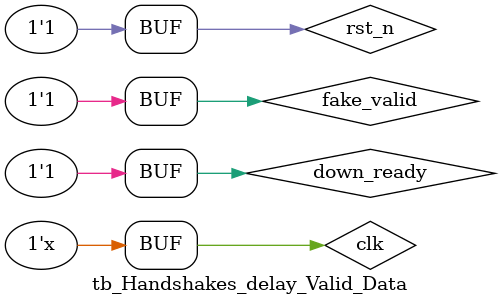
<source format=v>
`timescale 1 ns / 1 ps

module tb_Handshakes_delay_Valid_Data();
reg clk;
reg rst_n;
reg up_valid;
reg [7:0] up_data;
reg down_ready;
wire down_valid;
wire [7:0]down_data;
wire up_ready;

reg fake_valid;
initial begin
	clk = 1'b0;
	rst_n = 1'b0;
	up_valid = 1'b0;
	fake_valid = 1'b1;
	up_data = 'd0;
	down_ready = 1'b0;
	#35
	rst_n = 1'b1;
	down_ready = 1'b0;

	#20
	down_ready = 1'b1;

	#20
	down_ready = 1'b0;

	#20
	down_ready = 1'b1;

	#20
	down_ready = 1'b0;

	#20
	down_ready = 1'b1;

	#20
	down_ready = 1'b0;

	#20
	down_ready = 1'b1;

	#20
	down_ready = 1'b0;

	#20
	down_ready = 1'b1;

	#20
	down_ready = 1'b0;

	#20
	down_ready = 1'b1;

	#20
	down_ready = 1'b0;

	#20
	down_ready = 1'b1;

	#20
	down_ready = 1'b0;

	#20
	down_ready = 1'b1;
end

always @(posedge clk)begin
	if(!rst_n)begin
		up_data <= 'd0;
		up_valid <= 1'b1;
	end
	else if(up_ready && up_valid)begin
		up_data <= 'd0;
		up_valid <= 1'b0;
	end
	else if (up_valid == 1'b0)begin
		up_data <= {$random}%256;
		up_valid <= 1'b1;
	end
end


always #10 clk = ~clk;

	Handshakes_delay_Valid_Data #(
			.WORD_WIDTH(8)
		) inst_Handshakes_delay_Valid_Data (
			.clk        (clk),
			.rst_n      (rst_n),
			.up_valid   (up_valid),
			.up_data    (up_data),
			.down_ready (down_ready),
			.down_valid (down_valid),
			.down_data  (down_data),
			.up_ready   (up_ready)
		);


endmodule
</source>
